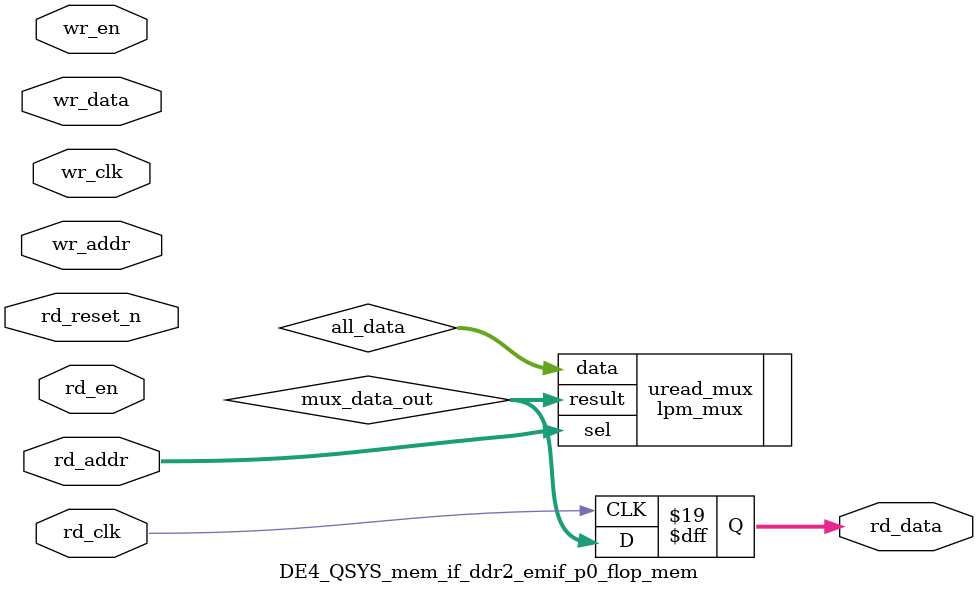
<source format=v>


(* altera_attribute = "-name ALLOW_SYNCH_CTRL_USAGE ON;-name AUTO_CLOCK_ENABLE_RECOGNITION ON" *)
module DE4_QSYS_mem_if_ddr2_emif_p0_flop_mem(
	wr_clk,
	wr_en,
	wr_addr,
	wr_data,
	rd_reset_n,
	rd_clk,
	rd_en,
	rd_addr,
	rd_data
);

parameter WRITE_MEM_DEPTH	= "";
parameter WRITE_ADDR_WIDTH	= "";
parameter WRITE_DATA_WIDTH	= "";
parameter READ_MEM_DEPTH	= "";
parameter READ_ADDR_WIDTH	= "";		 
parameter READ_DATA_WIDTH	= "";


input	wr_clk;
input	wr_en;
input	[WRITE_ADDR_WIDTH-1:0] wr_addr;
input	[WRITE_DATA_WIDTH-1:0] wr_data;
input	rd_reset_n;
input	rd_clk;
input	rd_en;
input	[READ_ADDR_WIDTH-1:0] rd_addr;
output	[READ_DATA_WIDTH-1:0] rd_data;



wire	[WRITE_MEM_DEPTH-1:0] wr_decode;
wire	[WRITE_DATA_WIDTH*WRITE_MEM_DEPTH-1:0] all_data;
wire	[READ_DATA_WIDTH-1:0] mux_data_out;



// declare a memory with WRITE_MEM_DEPTH entries
// each entry contains a data size of WRITE_DATA_WIDTH
reg	[WRITE_DATA_WIDTH-1:0] data_stored [0:WRITE_MEM_DEPTH-1] /* synthesis syn_preserve = 1 */;
reg	[READ_DATA_WIDTH-1:0] rd_data;

always @(posedge wr_clk)
begin
	if(wr_en)
		data_stored[wr_addr] <= wr_data;
end

generate
genvar entry;

	for (entry=0; entry < WRITE_MEM_DEPTH; entry=entry+1)
	begin: mem_location
		assign all_data[(WRITE_DATA_WIDTH*(entry+1)-1) : (WRITE_DATA_WIDTH*entry)] = data_stored[entry]; 
	end
endgenerate

	// mux to select the correct output data based on read address
	lpm_mux	uread_mux(
		.sel (rd_addr),
		.data (all_data),
		.result (mux_data_out)
		// synopsys translate_off
		,
		.aclr (),
		.clken (),
		.clock ()
		// synopsys translate_on
		);
     defparam uread_mux.lpm_size = READ_MEM_DEPTH;
     defparam uread_mux.lpm_type = "LPM_MUX";
     defparam uread_mux.lpm_width = READ_DATA_WIDTH;
     defparam uread_mux.lpm_widths = READ_ADDR_WIDTH;

	
	
	
	
	always @(posedge rd_clk)	
	begin
		rd_data <= mux_data_out;
	end

endmodule

</source>
